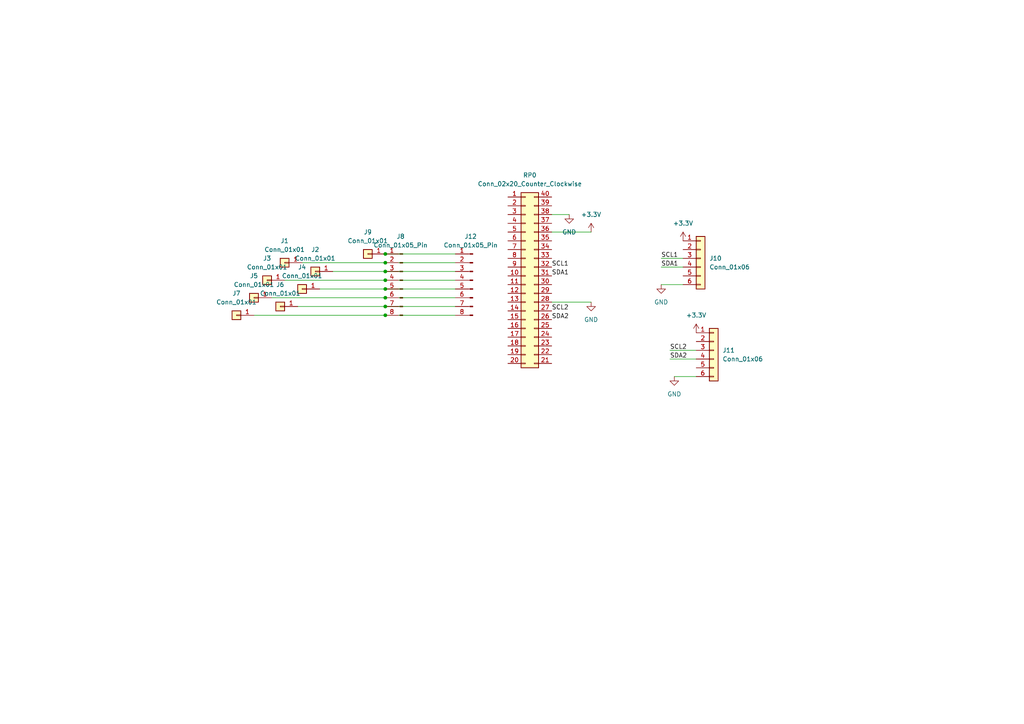
<source format=kicad_sch>
(kicad_sch (version 20230121) (generator eeschema)
  (paper "A4")
  (lib_symbols
    (symbol "Connector:Conn_01x08_Pin" (pin_names (offset 1.016) hide)
      (property "Reference" "J" (at 0 10.16 0))
      (property "Value" "Conn_01x08_Pin" (at 0 -12.7 0))
      (symbol "Conn_01x08_Pin_1_1"
        (polyline (pts (xy 1.27 -10.16) (xy 0.8636 -10.16)) (stroke (width 0.1524)))
        (polyline (pts (xy 1.27 -7.62) (xy 0.8636 -7.62)) (stroke (width 0.1524)))
        (polyline (pts (xy 1.27 -5.08) (xy 0.8636 -5.08)) (stroke (width 0.1524)))
        (polyline (pts (xy 1.27 -2.54) (xy 0.8636 -2.54)) (stroke (width 0.1524)))
        (polyline (pts (xy 1.27 0) (xy 0.8636 0)) (stroke (width 0.1524)))
        (polyline (pts (xy 1.27 2.54) (xy 0.8636 2.54)) (stroke (width 0.1524)))
        (polyline (pts (xy 1.27 5.08) (xy 0.8636 5.08)) (stroke (width 0.1524)))
        (polyline (pts (xy 1.27 7.62) (xy 0.8636 7.62)) (stroke (width 0.1524)))
        (rectangle (start 0.8636 -10.033) (end 0 -10.287) (stroke (width 0.1524)) (fill (type outline)))
        (rectangle (start 0.8636 -7.493) (end 0 -7.747) (stroke (width 0.1524)) (fill (type outline)))
        (rectangle (start 0.8636 -4.953) (end 0 -5.207) (stroke (width 0.1524)) (fill (type outline)))
        (rectangle (start 0.8636 -2.413) (end 0 -2.667) (stroke (width 0.1524)) (fill (type outline)))
        (rectangle (start 0.8636 0.127) (end 0 -0.127) (stroke (width 0.1524)) (fill (type outline)))
        (rectangle (start 0.8636 2.667) (end 0 2.413) (stroke (width 0.1524)) (fill (type outline)))
        (rectangle (start 0.8636 5.207) (end 0 4.953) (stroke (width 0.1524)) (fill (type outline)))
        (rectangle (start 0.8636 7.747) (end 0 7.493) (stroke (width 0.1524)) (fill (type outline)))
        (pin passive line (at 5.08 7.62 180) (length 3.81) (name "Pin_1") (number "1"))
        (pin passive line (at 5.08 5.08 180) (length 3.81) (name "Pin_2") (number "2"))
        (pin passive line (at 5.08 2.54 180) (length 3.81) (name "Pin_3") (number "3"))
        (pin passive line (at 5.08 0 180) (length 3.81) (name "Pin_4") (number "4"))
        (pin passive line (at 5.08 -2.54 180) (length 3.81) (name "Pin_5") (number "5"))
        (pin passive line (at 5.08 -5.08 180) (length 3.81) (name "Pin_6") (number "6"))
        (pin passive line (at 5.08 -7.62 180) (length 3.81) (name "Pin_7") (number "7"))
        (pin passive line (at 5.08 -10.16 180) (length 3.81) (name "Pin_8") (number "8"))
      )
    )
    (symbol "Connector_Generic:Conn_01x01" (pin_names (offset 1.016) hide)
      (property "Reference" "J" (at 0 2.54 0))
      (property "Value" "Conn_01x01" (at 0 -2.54 0))
      (symbol "Conn_01x01_1_1"
        (rectangle (start -1.27 0.127) (end 0 -0.127) (stroke (width 0.1524)))
        (rectangle (start -1.27 1.27) (end 1.27 -1.27) (stroke (width 0.254)) (fill (type background)))
        (pin passive line (at -5.08 0 0) (length 3.81) (name "Pin_1") (number "1"))
      )
    )
    (symbol "Connector_Generic:Conn_01x06" (pin_names (offset 1.016) hide)
      (property "Reference" "J" (at 0 7.62 0))
      (property "Value" "Conn_01x06" (at 0 -10.16 0))
      (symbol "Conn_01x06_1_1"
        (rectangle (start -1.27 -7.493) (end 0 -7.747) (stroke (width 0.1524)))
        (rectangle (start -1.27 -4.953) (end 0 -5.207) (stroke (width 0.1524)))
        (rectangle (start -1.27 -2.413) (end 0 -2.667) (stroke (width 0.1524)))
        (rectangle (start -1.27 0.127) (end 0 -0.127) (stroke (width 0.1524)))
        (rectangle (start -1.27 2.667) (end 0 2.413) (stroke (width 0.1524)))
        (rectangle (start -1.27 5.207) (end 0 4.953) (stroke (width 0.1524)))
        (rectangle (start -1.27 6.35) (end 1.27 -8.89) (stroke (width 0.254)) (fill (type background)))
        (pin passive line (at -5.08 5.08 0) (length 3.81) (name "Pin_1") (number "1"))
        (pin passive line (at -5.08 2.54 0) (length 3.81) (name "Pin_2") (number "2"))
        (pin passive line (at -5.08 0 0) (length 3.81) (name "Pin_3") (number "3"))
        (pin passive line (at -5.08 -2.54 0) (length 3.81) (name "Pin_4") (number "4"))
        (pin passive line (at -5.08 -5.08 0) (length 3.81) (name "Pin_5") (number "5"))
        (pin passive line (at -5.08 -7.62 0) (length 3.81) (name "Pin_6") (number "6"))
      )
    )
    (symbol "Connector_Generic:Conn_02x20_Counter_Clockwise" (pin_names (offset 1.016) hide)
      (property "Reference" "J" (at 1.27 25.4 0))
      (property "Value" "Conn_02x20_Counter_Clockwise" (at 1.27 -27.94 0))
      (symbol "Conn_02x20_Counter_Clockwise_1_1"
        (rectangle (start -1.27 -25.273) (end 0 -25.527) (stroke (width 0.1524)))
        (rectangle (start -1.27 -22.733) (end 0 -22.987) (stroke (width 0.1524)))
        (rectangle (start -1.27 -20.193) (end 0 -20.447) (stroke (width 0.1524)))
        (rectangle (start -1.27 -17.653) (end 0 -17.907) (stroke (width 0.1524)))
        (rectangle (start -1.27 -15.113) (end 0 -15.367) (stroke (width 0.1524)))
        (rectangle (start -1.27 -12.573) (end 0 -12.827) (stroke (width 0.1524)))
        (rectangle (start -1.27 -10.033) (end 0 -10.287) (stroke (width 0.1524)))
        (rectangle (start -1.27 -7.493) (end 0 -7.747) (stroke (width 0.1524)))
        (rectangle (start -1.27 -4.953) (end 0 -5.207) (stroke (width 0.1524)))
        (rectangle (start -1.27 -2.413) (end 0 -2.667) (stroke (width 0.1524)))
        (rectangle (start -1.27 0.127) (end 0 -0.127) (stroke (width 0.1524)))
        (rectangle (start -1.27 2.667) (end 0 2.413) (stroke (width 0.1524)))
        (rectangle (start -1.27 5.207) (end 0 4.953) (stroke (width 0.1524)))
        (rectangle (start -1.27 7.747) (end 0 7.493) (stroke (width 0.1524)))
        (rectangle (start -1.27 10.287) (end 0 10.033) (stroke (width 0.1524)))
        (rectangle (start -1.27 12.827) (end 0 12.573) (stroke (width 0.1524)))
        (rectangle (start -1.27 15.367) (end 0 15.113) (stroke (width 0.1524)))
        (rectangle (start -1.27 17.907) (end 0 17.653) (stroke (width 0.1524)))
        (rectangle (start -1.27 20.447) (end 0 20.193) (stroke (width 0.1524)))
        (rectangle (start -1.27 22.987) (end 0 22.733) (stroke (width 0.1524)))
        (rectangle (start -1.27 24.13) (end 3.81 -26.67) (stroke (width 0.254)) (fill (type background)))
        (rectangle (start 3.81 -25.273) (end 2.54 -25.527) (stroke (width 0.1524)))
        (rectangle (start 3.81 -22.733) (end 2.54 -22.987) (stroke (width 0.1524)))
        (rectangle (start 3.81 -20.193) (end 2.54 -20.447) (stroke (width 0.1524)))
        (rectangle (start 3.81 -17.653) (end 2.54 -17.907) (stroke (width 0.1524)))
        (rectangle (start 3.81 -15.113) (end 2.54 -15.367) (stroke (width 0.1524)))
        (rectangle (start 3.81 -12.573) (end 2.54 -12.827) (stroke (width 0.1524)))
        (rectangle (start 3.81 -10.033) (end 2.54 -10.287) (stroke (width 0.1524)))
        (rectangle (start 3.81 -7.493) (end 2.54 -7.747) (stroke (width 0.1524)))
        (rectangle (start 3.81 -4.953) (end 2.54 -5.207) (stroke (width 0.1524)))
        (rectangle (start 3.81 -2.413) (end 2.54 -2.667) (stroke (width 0.1524)))
        (rectangle (start 3.81 0.127) (end 2.54 -0.127) (stroke (width 0.1524)))
        (rectangle (start 3.81 2.667) (end 2.54 2.413) (stroke (width 0.1524)))
        (rectangle (start 3.81 5.207) (end 2.54 4.953) (stroke (width 0.1524)))
        (rectangle (start 3.81 7.747) (end 2.54 7.493) (stroke (width 0.1524)))
        (rectangle (start 3.81 10.287) (end 2.54 10.033) (stroke (width 0.1524)))
        (rectangle (start 3.81 12.827) (end 2.54 12.573) (stroke (width 0.1524)))
        (rectangle (start 3.81 15.367) (end 2.54 15.113) (stroke (width 0.1524)))
        (rectangle (start 3.81 17.907) (end 2.54 17.653) (stroke (width 0.1524)))
        (rectangle (start 3.81 20.447) (end 2.54 20.193) (stroke (width 0.1524)))
        (rectangle (start 3.81 22.987) (end 2.54 22.733) (stroke (width 0.1524)))
        (pin passive line (at -5.08 22.86 0) (length 3.81) (name "Pin_1") (number "1"))
        (pin passive line (at -5.08 0 0) (length 3.81) (name "Pin_10") (number "10"))
        (pin passive line (at -5.08 -2.54 0) (length 3.81) (name "Pin_11") (number "11"))
        (pin passive line (at -5.08 -5.08 0) (length 3.81) (name "Pin_12") (number "12"))
        (pin passive line (at -5.08 -7.62 0) (length 3.81) (name "Pin_13") (number "13"))
        (pin passive line (at -5.08 -10.16 0) (length 3.81) (name "Pin_14") (number "14"))
        (pin passive line (at -5.08 -12.7 0) (length 3.81) (name "Pin_15") (number "15"))
        (pin passive line (at -5.08 -15.24 0) (length 3.81) (name "Pin_16") (number "16"))
        (pin passive line (at -5.08 -17.78 0) (length 3.81) (name "Pin_17") (number "17"))
        (pin passive line (at -5.08 -20.32 0) (length 3.81) (name "Pin_18") (number "18"))
        (pin passive line (at -5.08 -22.86 0) (length 3.81) (name "Pin_19") (number "19"))
        (pin passive line (at -5.08 20.32 0) (length 3.81) (name "Pin_2") (number "2"))
        (pin passive line (at -5.08 -25.4 0) (length 3.81) (name "Pin_20") (number "20"))
        (pin passive line (at 7.62 -25.4 180) (length 3.81) (name "Pin_21") (number "21"))
        (pin passive line (at 7.62 -22.86 180) (length 3.81) (name "Pin_22") (number "22"))
        (pin passive line (at 7.62 -20.32 180) (length 3.81) (name "Pin_23") (number "23"))
        (pin passive line (at 7.62 -17.78 180) (length 3.81) (name "Pin_24") (number "24"))
        (pin passive line (at 7.62 -15.24 180) (length 3.81) (name "Pin_25") (number "25"))
        (pin passive line (at 7.62 -12.7 180) (length 3.81) (name "Pin_26") (number "26"))
        (pin passive line (at 7.62 -10.16 180) (length 3.81) (name "Pin_27") (number "27"))
        (pin passive line (at 7.62 -7.62 180) (length 3.81) (name "Pin_28") (number "28"))
        (pin passive line (at 7.62 -5.08 180) (length 3.81) (name "Pin_29") (number "29"))
        (pin passive line (at -5.08 17.78 0) (length 3.81) (name "Pin_3") (number "3"))
        (pin passive line (at 7.62 -2.54 180) (length 3.81) (name "Pin_30") (number "30"))
        (pin passive line (at 7.62 0 180) (length 3.81) (name "Pin_31") (number "31"))
        (pin passive line (at 7.62 2.54 180) (length 3.81) (name "Pin_32") (number "32"))
        (pin passive line (at 7.62 5.08 180) (length 3.81) (name "Pin_33") (number "33"))
        (pin passive line (at 7.62 7.62 180) (length 3.81) (name "Pin_34") (number "34"))
        (pin passive line (at 7.62 10.16 180) (length 3.81) (name "Pin_35") (number "35"))
        (pin passive line (at 7.62 12.7 180) (length 3.81) (name "Pin_36") (number "36"))
        (pin passive line (at 7.62 15.24 180) (length 3.81) (name "Pin_37") (number "37"))
        (pin passive line (at 7.62 17.78 180) (length 3.81) (name "Pin_38") (number "38"))
        (pin passive line (at 7.62 20.32 180) (length 3.81) (name "Pin_39") (number "39"))
        (pin passive line (at -5.08 15.24 0) (length 3.81) (name "Pin_4") (number "4"))
        (pin passive line (at 7.62 22.86 180) (length 3.81) (name "Pin_40") (number "40"))
        (pin passive line (at -5.08 12.7 0) (length 3.81) (name "Pin_5") (number "5"))
        (pin passive line (at -5.08 10.16 0) (length 3.81) (name "Pin_6") (number "6"))
        (pin passive line (at -5.08 7.62 0) (length 3.81) (name "Pin_7") (number "7"))
        (pin passive line (at -5.08 5.08 0) (length 3.81) (name "Pin_8") (number "8"))
        (pin passive line (at -5.08 2.54 0) (length 3.81) (name "Pin_9") (number "9"))
      )
    )
    (symbol "power:+3.3V" (power) (pin_names (offset 0))
      (property "Value" "+3.3V" (at 0 3.556 0))
      (symbol "+3.3V_0_1"
        (polyline (pts (xy -0.762 1.27) (xy 0 2.54)))
        (polyline (pts (xy 0 0) (xy 0 2.54)))
        (polyline (pts (xy 0 2.54) (xy 0.762 1.27)))
      )
      (symbol "+3.3V_1_1"
        (pin power_in line (at 0 0 90) (length 0) hide (name "+3.3V") (number "1"))
      )
    )
    (symbol "power:GND" (power) (pin_names (offset 0))
      (property "Value" "GND" (at 0 -3.81 0))
      (symbol "GND_0_1"
        (polyline (pts (xy 0 0) (xy 0 -1.27) (xy 1.27 -1.27) (xy 0 -2.54) (xy -1.27 -1.27) (xy 0 -1.27)))
      )
      (symbol "GND_1_1"
        (pin power_in line (at 0 0 270) (length 0) hide (name "GND") (number "1"))
      )
    )
  )
  (junction (at 111.76 76.2))
  (junction (at 111.76 78.74))
  (junction (at 111.76 83.82))
  (junction (at 111.76 91.44))
  (junction (at 111.76 88.9))
  (junction (at 111.76 86.36))
  (junction (at 111.76 73.66))
  (junction (at 111.76 81.28))
  (wire (pts (xy 132.08 73.66) (xy 111.76 73.66)))
  (wire (pts (xy 191.77 74.93) (xy 198.12 74.93)))
  (wire (pts (xy 86.36 88.9) (xy 111.76 88.9)))
  (wire (pts (xy 132.08 86.36) (xy 111.76 86.36)))
  (wire (pts (xy 132.08 91.44) (xy 111.76 91.44)))
  (wire (pts (xy 191.77 82.55) (xy 198.12 82.55)))
  (wire (pts (xy 96.52 78.74) (xy 111.76 78.74)))
  (wire (pts (xy 132.08 81.28) (xy 111.76 81.28)))
  (wire (pts (xy 87.63 76.2) (xy 111.76 76.2)))
  (wire (pts (xy 165.1 62.23) (xy 160.02 62.23)))
  (wire (pts (xy 191.77 77.47) (xy 198.12 77.47)))
  (wire (pts (xy 111.76 83.82) (xy 92.71 83.82)))
  (wire (pts (xy 132.08 78.74) (xy 111.76 78.74)))
  (wire (pts (xy 132.08 83.82) (xy 111.76 83.82)))
  (wire (pts (xy 194.31 104.14) (xy 201.93 104.14)))
  (wire (pts (xy 82.55 81.28) (xy 111.76 81.28)))
  (wire (pts (xy 73.66 91.44) (xy 111.76 91.44)))
  (wire (pts (xy 171.45 67.31) (xy 160.02 67.31)))
  (wire (pts (xy 78.74 86.36) (xy 111.76 86.36)))
  (wire (pts (xy 132.08 88.9) (xy 111.76 88.9)))
  (wire (pts (xy 171.45 87.63) (xy 160.02 87.63)))
  (wire (pts (xy 132.08 76.2) (xy 111.76 76.2)))
  (wire (pts (xy 194.31 101.6) (xy 201.93 101.6)))
  (wire (pts (xy 195.58 109.22) (xy 201.93 109.22)))
  (label "SDA2" (at 160.02 92.71 0))
  (label "SCL2" (at 160.02 90.17 0))
  (label "SDA1" (at 191.77 77.47 0))
  (label "SCL1" (at 191.77 74.93 0))
  (label "SCL2" (at 194.31 101.6 0))
  (label "SDA1" (at 160.02 80.01 0))
  (label "SCL1" (at 160.02 77.47 0))
  (label "SDA2" (at 194.31 104.14 0))
  (symbol (lib_id "Connector_Generic:Conn_01x06") (at 203.2 74.93 0) (unit 1)
    (property "Reference" "J10" (at 205.74 74.93 0) (effects (justify left)))
    (property "Value" "Conn_01x06" (at 205.74 77.47 0) (effects (justify left)))
    (property "Footprint" "Connector_PinHeader_2.54mm:PinHeader_1x06_P2.54mm_Vertical" (effects hide))
  )
  (symbol (lib_id "Connector:Conn_01x08_Pin") (at 137.16 81.28 0) (mirror y) (unit 1)
    (property "Reference" "J12" (at 136.525 68.58 0))
    (property "Value" "Conn_01x05_Pin" (at 136.525 71.12 0))
    (property "Footprint" "Connector_PinHeader_2.54mm:PinHeader_1x08_P2.54mm_Vertical_SMD_Pin1Left" (effects hide))
  )
  (symbol (lib_id "Connector_Generic:Conn_01x01") (at 73.66 86.36 0) (mirror y) (unit 1)
    (property "Reference" "J5" (at 73.66 80.01 0))
    (property "Value" "Conn_01x01" (at 73.66 82.55 0))
    (property "Footprint" "clipboard:4807e8d7-bff8-4c85-8422-397af0b06065" (effects hide))
  )
  (symbol (lib_id "power:GND") (at 171.45 87.63 0) (unit 1)
    (property "Reference" "#PWR01" (effects hide))
    (property "Value" "GND" (at 171.45 92.71 0))
  )
  (symbol (lib_id "Connector_Generic:Conn_02x20_Counter_Clockwise") (at 152.4 80.01 0) (unit 1)
    (property "Reference" "RP0" (at 153.67 50.8 0))
    (property "Value" "Conn_02x20_Counter_Clockwise" (at 153.67 53.34 0))
  )
  (symbol (lib_id "Connector_Generic:Conn_01x01") (at 106.68 73.66 0) (mirror y) (unit 1)
    (property "Reference" "J9" (at 106.68 67.31 0))
    (property "Value" "Conn_01x01" (at 106.68 69.85 0))
    (property "Footprint" "clipboard:4807e8d7-bff8-4c85-8422-397af0b06065" (effects hide))
  )
  (symbol (lib_id "Connector:Conn_01x08_Pin") (at 116.84 81.28 0) (mirror y) (unit 1)
    (property "Reference" "J8" (at 116.205 68.58 0))
    (property "Value" "Conn_01x05_Pin" (at 116.205 71.12 0))
    (property "Footprint" "Connector_PinHeader_2.54mm:PinHeader_1x08_P2.54mm_Vertical" (effects hide))
  )
  (symbol (lib_id "Connector_Generic:Conn_01x06") (at 207.01 101.6 0) (unit 1)
    (property "Reference" "J11" (at 209.55 101.6 0) (effects (justify left)))
    (property "Value" "Conn_01x06" (at 209.55 104.14 0) (effects (justify left)))
  )
  (symbol (lib_id "power:+3.3V") (at 201.93 96.52 0) (unit 1)
    (property "Reference" "#PWR07" (effects hide))
    (property "Value" "+3.3V" (at 201.93 91.44 0))
  )
  (symbol (lib_id "power:GND") (at 191.77 82.55 0) (unit 1)
    (property "Reference" "#PWR04" (effects hide))
    (property "Value" "GND" (at 191.77 87.63 0))
  )
  (symbol (lib_id "Connector_Generic:Conn_01x01") (at 82.55 76.2 0) (mirror y) (unit 1)
    (property "Reference" "J1" (at 82.55 69.85 0))
    (property "Value" "Conn_01x01" (at 82.55 72.39 0))
    (property "Footprint" "clipboard:4807e8d7-bff8-4c85-8422-397af0b06065" (effects hide))
  )
  (symbol (lib_id "power:+3.3V") (at 171.45 67.31 0) (unit 1)
    (property "Reference" "#PWR02" (effects hide))
    (property "Value" "+3.3V" (at 171.45 62.23 0))
  )
  (symbol (lib_id "Connector_Generic:Conn_01x01") (at 68.58 91.44 0) (mirror y) (unit 1)
    (property "Reference" "J7" (at 68.58 85.09 0))
    (property "Value" "Conn_01x01" (at 68.58 87.63 0))
    (property "Footprint" "clipboard:4807e8d7-bff8-4c85-8422-397af0b06065" (effects hide))
  )
  (symbol (lib_id "power:GND") (at 165.1 62.23 0) (unit 1)
    (property "Reference" "#PWR05" (effects hide))
    (property "Value" "GND" (at 165.1 67.31 0))
  )
  (symbol (lib_id "Connector_Generic:Conn_01x01") (at 77.47 81.28 0) (mirror y) (unit 1)
    (property "Reference" "J3" (at 77.47 74.93 0))
    (property "Value" "Conn_01x01" (at 77.47 77.47 0))
    (property "Footprint" "clipboard:4807e8d7-bff8-4c85-8422-397af0b06065" (effects hide))
  )
  (symbol (lib_id "power:+3.3V") (at 198.12 69.85 0) (unit 1)
    (property "Reference" "#PWR03" (effects hide))
    (property "Value" "+3.3V" (at 198.12 64.77 0))
  )
  (symbol (lib_id "Connector_Generic:Conn_01x01") (at 87.63 83.82 0) (mirror y) (unit 1)
    (property "Reference" "J4" (at 87.63 77.47 0))
    (property "Value" "Conn_01x01" (at 87.63 80.01 0))
    (property "Footprint" "clipboard:4807e8d7-bff8-4c85-8422-397af0b06065" (effects hide))
  )
  (symbol (lib_id "power:GND") (at 195.58 109.22 0) (unit 1)
    (property "Reference" "#PWR06" (effects hide))
    (property "Value" "GND" (at 195.58 114.3 0))
  )
  (symbol (lib_id "Connector_Generic:Conn_01x01") (at 91.44 78.74 0) (mirror y) (unit 1)
    (property "Reference" "J2" (at 91.44 72.39 0))
    (property "Value" "Conn_01x01" (at 91.44 74.93 0))
    (property "Footprint" "clipboard:4807e8d7-bff8-4c85-8422-397af0b06065" (effects hide))
  )
  (symbol (lib_id "Connector_Generic:Conn_01x01") (at 81.28 88.9 0) (mirror y) (unit 1)
    (property "Reference" "J6" (at 81.28 82.55 0))
    (property "Value" "Conn_01x01" (at 81.28 85.09 0))
    (property "Footprint" "clipboard:4807e8d7-bff8-4c85-8422-397af0b06065" (effects hide))
  )
)
</source>
